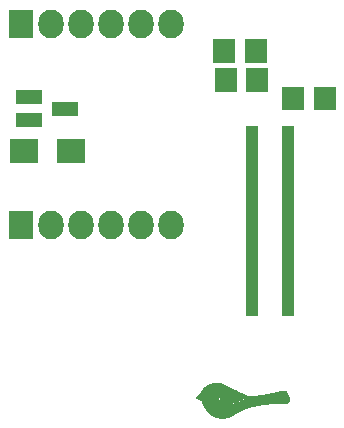
<source format=gts>
G04 #@! TF.FileFunction,Soldermask,Top*
%FSLAX46Y46*%
G04 Gerber Fmt 4.6, Leading zero omitted, Abs format (unit mm)*
G04 Created by KiCad (PCBNEW 4.0.1-stable) date Monday, January 11, 2016 'PMt' 05:07:45 PM*
%MOMM*%
G01*
G04 APERTURE LIST*
%ADD10C,0.100000*%
%ADD11C,0.010000*%
%ADD12R,1.100000X0.600000*%
%ADD13R,1.901140X0.798780*%
%ADD14R,2.400000X2.000000*%
%ADD15R,2.127200X2.432000*%
%ADD16O,2.127200X2.432000*%
%ADD17R,2.200860X1.200100*%
G04 APERTURE END LIST*
D10*
D11*
G36*
X155171031Y-121693103D02*
X155208866Y-121694878D01*
X155244763Y-121697950D01*
X155280412Y-121702451D01*
X155317499Y-121708512D01*
X155342537Y-121713226D01*
X155379505Y-121720873D01*
X155414770Y-121729056D01*
X155449378Y-121738108D01*
X155484376Y-121748364D01*
X155520809Y-121760156D01*
X155559722Y-121773818D01*
X155602161Y-121789684D01*
X155649173Y-121808088D01*
X155684737Y-121822406D01*
X155731958Y-121841805D01*
X155779898Y-121861943D01*
X155828959Y-121883011D01*
X155879547Y-121905199D01*
X155932066Y-121928695D01*
X155986921Y-121953689D01*
X156044514Y-121980372D01*
X156105251Y-122008932D01*
X156169536Y-122039559D01*
X156237773Y-122072442D01*
X156310365Y-122107772D01*
X156387719Y-122145737D01*
X156470236Y-122186528D01*
X156558323Y-122230333D01*
X156616085Y-122259177D01*
X156697799Y-122299964D01*
X156773732Y-122337698D01*
X156844358Y-122372596D01*
X156910149Y-122404875D01*
X156971577Y-122434752D01*
X157029115Y-122462444D01*
X157083235Y-122488167D01*
X157134409Y-122512138D01*
X157183111Y-122534575D01*
X157229811Y-122555695D01*
X157274982Y-122575714D01*
X157319097Y-122594848D01*
X157362629Y-122613316D01*
X157406049Y-122631334D01*
X157449829Y-122649119D01*
X157494443Y-122666888D01*
X157540363Y-122684857D01*
X157557542Y-122691509D01*
X157581524Y-122700793D01*
X157603788Y-122709455D01*
X157623348Y-122717109D01*
X157639219Y-122723366D01*
X157650414Y-122727840D01*
X157655784Y-122730070D01*
X157665832Y-122734573D01*
X157650698Y-122753849D01*
X157638889Y-122767902D01*
X157622920Y-122785482D01*
X157603921Y-122805449D01*
X157583023Y-122826663D01*
X157561357Y-122847986D01*
X157540055Y-122868277D01*
X157520246Y-122886397D01*
X157511681Y-122893920D01*
X157436102Y-122955039D01*
X157354352Y-123013238D01*
X157266747Y-123068375D01*
X157173601Y-123120306D01*
X157075231Y-123168886D01*
X156971952Y-123213973D01*
X156864079Y-123255422D01*
X156751928Y-123293091D01*
X156635814Y-123326835D01*
X156516054Y-123356510D01*
X156476278Y-123365281D01*
X156417253Y-123377567D01*
X156363414Y-123388013D01*
X156313205Y-123396877D01*
X156265074Y-123404413D01*
X156217469Y-123410877D01*
X156168835Y-123416526D01*
X156158778Y-123417588D01*
X156138732Y-123419185D01*
X156113512Y-123420438D01*
X156084439Y-123421348D01*
X156052833Y-123421913D01*
X156020014Y-123422134D01*
X155987303Y-123422011D01*
X155956020Y-123421543D01*
X155927485Y-123420730D01*
X155903019Y-123419572D01*
X155883941Y-123418069D01*
X155880083Y-123417629D01*
X155809587Y-123406359D01*
X155744668Y-123390777D01*
X155685314Y-123370875D01*
X155631511Y-123346642D01*
X155583246Y-123318071D01*
X155540506Y-123285152D01*
X155503275Y-123247875D01*
X155471542Y-123206233D01*
X155445292Y-123160216D01*
X155425814Y-123113556D01*
X155416564Y-123085336D01*
X155409950Y-123059790D01*
X155405611Y-123034670D01*
X155403189Y-123007726D01*
X155402323Y-122976710D01*
X155402311Y-122966690D01*
X155402506Y-122909783D01*
X155379541Y-122907430D01*
X155356577Y-122905078D01*
X155306819Y-122939010D01*
X155307261Y-122988359D01*
X155311246Y-123046590D01*
X155322027Y-123103341D01*
X155339427Y-123158195D01*
X155363267Y-123210732D01*
X155393369Y-123260536D01*
X155429554Y-123307188D01*
X155454774Y-123334155D01*
X155495410Y-123371000D01*
X155539140Y-123403371D01*
X155586472Y-123431491D01*
X155637911Y-123455584D01*
X155693966Y-123475873D01*
X155755143Y-123492584D01*
X155821948Y-123505938D01*
X155855389Y-123511113D01*
X155876455Y-123513389D01*
X155903303Y-123515185D01*
X155934675Y-123516500D01*
X155969315Y-123517334D01*
X156005966Y-123517688D01*
X156043369Y-123517562D01*
X156080269Y-123516956D01*
X156115407Y-123515870D01*
X156147526Y-123514303D01*
X156175370Y-123512257D01*
X156187000Y-123511088D01*
X156301247Y-123495915D01*
X156416379Y-123476055D01*
X156531524Y-123451770D01*
X156645809Y-123423321D01*
X156758359Y-123390969D01*
X156868303Y-123354975D01*
X156974766Y-123315600D01*
X157076876Y-123273106D01*
X157173760Y-123227754D01*
X157228608Y-123199498D01*
X157311718Y-123152751D01*
X157390658Y-123103631D01*
X157464981Y-123052487D01*
X157534241Y-122999668D01*
X157597993Y-122945522D01*
X157655791Y-122890397D01*
X157707188Y-122834643D01*
X157728880Y-122808480D01*
X157743589Y-122790572D01*
X157754647Y-122778259D01*
X157762321Y-122771267D01*
X157766878Y-122769322D01*
X157767106Y-122769373D01*
X157781682Y-122773012D01*
X157802129Y-122777139D01*
X157827296Y-122781588D01*
X157856029Y-122786193D01*
X157887174Y-122790787D01*
X157919579Y-122795204D01*
X157952091Y-122799276D01*
X157983556Y-122802837D01*
X158012821Y-122805720D01*
X158026736Y-122806893D01*
X158056996Y-122808630D01*
X158090509Y-122809311D01*
X158127721Y-122808909D01*
X158169075Y-122807398D01*
X158215017Y-122804750D01*
X158265991Y-122800938D01*
X158322441Y-122795937D01*
X158384812Y-122789719D01*
X158453548Y-122782256D01*
X158474764Y-122779853D01*
X158572696Y-122768039D01*
X158677110Y-122754253D01*
X158787726Y-122738544D01*
X158904267Y-122720962D01*
X159026454Y-122701559D01*
X159154011Y-122680386D01*
X159286657Y-122657492D01*
X159424117Y-122632928D01*
X159566110Y-122606746D01*
X159712360Y-122578995D01*
X159862588Y-122549727D01*
X160016517Y-122518991D01*
X160173867Y-122486840D01*
X160334361Y-122453322D01*
X160497721Y-122418489D01*
X160663669Y-122382392D01*
X160691972Y-122376166D01*
X160723505Y-122369268D01*
X160753573Y-122362787D01*
X160781326Y-122356899D01*
X160805913Y-122351780D01*
X160826484Y-122347607D01*
X160842186Y-122344556D01*
X160852170Y-122342804D01*
X160854250Y-122342520D01*
X160881629Y-122342603D01*
X160910597Y-122348198D01*
X160939337Y-122358640D01*
X160966032Y-122373263D01*
X160988863Y-122391400D01*
X160989577Y-122392097D01*
X161000334Y-122404458D01*
X161013559Y-122422584D01*
X161028873Y-122445782D01*
X161045898Y-122473362D01*
X161064253Y-122504633D01*
X161083562Y-122538902D01*
X161103444Y-122575479D01*
X161123521Y-122613671D01*
X161143415Y-122652789D01*
X161162747Y-122692139D01*
X161181137Y-122731031D01*
X161198208Y-122768774D01*
X161206938Y-122788888D01*
X161234418Y-122857828D01*
X161256295Y-122922753D01*
X161272564Y-122983631D01*
X161283220Y-123040428D01*
X161288258Y-123093112D01*
X161287674Y-123141650D01*
X161281462Y-123186008D01*
X161270303Y-123224355D01*
X161260721Y-123244617D01*
X161247158Y-123266530D01*
X161231359Y-123287628D01*
X161215072Y-123305441D01*
X161209089Y-123310860D01*
X161193700Y-123322771D01*
X161177081Y-123333287D01*
X161158689Y-123342518D01*
X161137978Y-123350574D01*
X161114406Y-123357565D01*
X161087427Y-123363602D01*
X161056498Y-123368794D01*
X161021074Y-123373252D01*
X160980612Y-123377086D01*
X160934567Y-123380405D01*
X160882396Y-123383321D01*
X160841903Y-123385182D01*
X160822132Y-123385961D01*
X160796304Y-123386876D01*
X160765416Y-123387897D01*
X160730464Y-123388994D01*
X160692446Y-123390137D01*
X160652357Y-123391294D01*
X160611195Y-123392437D01*
X160569956Y-123393534D01*
X160549097Y-123394070D01*
X160443132Y-123396865D01*
X160343623Y-123399728D01*
X160249971Y-123402688D01*
X160161576Y-123405774D01*
X160077840Y-123409016D01*
X159998162Y-123412444D01*
X159921944Y-123416086D01*
X159848587Y-123419972D01*
X159777491Y-123424132D01*
X159708056Y-123428595D01*
X159639683Y-123433390D01*
X159571774Y-123438548D01*
X159503729Y-123444096D01*
X159467833Y-123447168D01*
X159315425Y-123461484D01*
X159168916Y-123477501D01*
X159027314Y-123495426D01*
X158889629Y-123515462D01*
X158754869Y-123537813D01*
X158622042Y-123562686D01*
X158490156Y-123590283D01*
X158358221Y-123620811D01*
X158225244Y-123654473D01*
X158090234Y-123691474D01*
X157952199Y-123732018D01*
X157810149Y-123776311D01*
X157702181Y-123811516D01*
X157645529Y-123830415D01*
X157593101Y-123848181D01*
X157544324Y-123865079D01*
X157498627Y-123881377D01*
X157455437Y-123897340D01*
X157414184Y-123913235D01*
X157374295Y-123929327D01*
X157335199Y-123945884D01*
X157296325Y-123963170D01*
X157257099Y-123981452D01*
X157216952Y-124000997D01*
X157175310Y-124022071D01*
X157131602Y-124044939D01*
X157085257Y-124069869D01*
X157035703Y-124097125D01*
X156982368Y-124126975D01*
X156924680Y-124159684D01*
X156862068Y-124195519D01*
X156797306Y-124232815D01*
X156747113Y-124261743D01*
X156702343Y-124287450D01*
X156662339Y-124310298D01*
X156626445Y-124330648D01*
X156594006Y-124348863D01*
X156564365Y-124365303D01*
X156536866Y-124380330D01*
X156510853Y-124394307D01*
X156485670Y-124407594D01*
X156460662Y-124420554D01*
X156435172Y-124433549D01*
X156412778Y-124444820D01*
X156347461Y-124476741D01*
X156286674Y-124504702D01*
X156229369Y-124529064D01*
X156174501Y-124550188D01*
X156121022Y-124568436D01*
X156067885Y-124584169D01*
X156014043Y-124597748D01*
X155958449Y-124609537D01*
X155910975Y-124618094D01*
X155851699Y-124627475D01*
X155797114Y-124634849D01*
X155745196Y-124640377D01*
X155693926Y-124644223D01*
X155641279Y-124646550D01*
X155585234Y-124647522D01*
X155546708Y-124647509D01*
X155520120Y-124647309D01*
X155495076Y-124647051D01*
X155472670Y-124646751D01*
X155453997Y-124646426D01*
X155440149Y-124646092D01*
X155432223Y-124645767D01*
X155432056Y-124645755D01*
X155341009Y-124636740D01*
X155251200Y-124623096D01*
X155163485Y-124605042D01*
X155078718Y-124582798D01*
X154997756Y-124556583D01*
X154921455Y-124526619D01*
X154863791Y-124499817D01*
X154777957Y-124452919D01*
X154694330Y-124399377D01*
X154612988Y-124339273D01*
X154534006Y-124272690D01*
X154457461Y-124199708D01*
X154383429Y-124120411D01*
X154311985Y-124034879D01*
X154243207Y-123943196D01*
X154177171Y-123845442D01*
X154113952Y-123741701D01*
X154053627Y-123632053D01*
X154049300Y-123623746D01*
X154012293Y-123548734D01*
X153977779Y-123470989D01*
X153945400Y-123389580D01*
X153914798Y-123303574D01*
X153885612Y-123212039D01*
X153869110Y-123155758D01*
X153861543Y-123129169D01*
X153615806Y-123030044D01*
X153576329Y-123014069D01*
X153538813Y-122998791D01*
X153503766Y-122984422D01*
X153471694Y-122971173D01*
X153443102Y-122959257D01*
X153418498Y-122948887D01*
X153398388Y-122940274D01*
X153383278Y-122933630D01*
X153373674Y-122929168D01*
X153370083Y-122927101D01*
X153370069Y-122927055D01*
X153372644Y-122924178D01*
X153380115Y-122916965D01*
X153392098Y-122905762D01*
X153408213Y-122890917D01*
X153428078Y-122872776D01*
X153451310Y-122851686D01*
X153477529Y-122827994D01*
X153506351Y-122802048D01*
X153537395Y-122774193D01*
X153570280Y-122744778D01*
X153595847Y-122721966D01*
X153821625Y-122520741D01*
X153836003Y-122481022D01*
X153864338Y-122410948D01*
X153897586Y-122344045D01*
X153936152Y-122279707D01*
X153980445Y-122217324D01*
X154030870Y-122156287D01*
X154087835Y-122095990D01*
X154104224Y-122079917D01*
X154171538Y-122019739D01*
X154244130Y-121964059D01*
X154321734Y-121913010D01*
X154404086Y-121866722D01*
X154490921Y-121825330D01*
X154581974Y-121788964D01*
X154676979Y-121757758D01*
X154775671Y-121731842D01*
X154821750Y-121721834D01*
X154866147Y-121713197D01*
X154905869Y-121706427D01*
X154942979Y-121701295D01*
X154979540Y-121697572D01*
X155017614Y-121695029D01*
X155059265Y-121693439D01*
X155082806Y-121692916D01*
X155129574Y-121692493D01*
X155171031Y-121693103D01*
X155171031Y-121693103D01*
G37*
X155171031Y-121693103D02*
X155208866Y-121694878D01*
X155244763Y-121697950D01*
X155280412Y-121702451D01*
X155317499Y-121708512D01*
X155342537Y-121713226D01*
X155379505Y-121720873D01*
X155414770Y-121729056D01*
X155449378Y-121738108D01*
X155484376Y-121748364D01*
X155520809Y-121760156D01*
X155559722Y-121773818D01*
X155602161Y-121789684D01*
X155649173Y-121808088D01*
X155684737Y-121822406D01*
X155731958Y-121841805D01*
X155779898Y-121861943D01*
X155828959Y-121883011D01*
X155879547Y-121905199D01*
X155932066Y-121928695D01*
X155986921Y-121953689D01*
X156044514Y-121980372D01*
X156105251Y-122008932D01*
X156169536Y-122039559D01*
X156237773Y-122072442D01*
X156310365Y-122107772D01*
X156387719Y-122145737D01*
X156470236Y-122186528D01*
X156558323Y-122230333D01*
X156616085Y-122259177D01*
X156697799Y-122299964D01*
X156773732Y-122337698D01*
X156844358Y-122372596D01*
X156910149Y-122404875D01*
X156971577Y-122434752D01*
X157029115Y-122462444D01*
X157083235Y-122488167D01*
X157134409Y-122512138D01*
X157183111Y-122534575D01*
X157229811Y-122555695D01*
X157274982Y-122575714D01*
X157319097Y-122594848D01*
X157362629Y-122613316D01*
X157406049Y-122631334D01*
X157449829Y-122649119D01*
X157494443Y-122666888D01*
X157540363Y-122684857D01*
X157557542Y-122691509D01*
X157581524Y-122700793D01*
X157603788Y-122709455D01*
X157623348Y-122717109D01*
X157639219Y-122723366D01*
X157650414Y-122727840D01*
X157655784Y-122730070D01*
X157665832Y-122734573D01*
X157650698Y-122753849D01*
X157638889Y-122767902D01*
X157622920Y-122785482D01*
X157603921Y-122805449D01*
X157583023Y-122826663D01*
X157561357Y-122847986D01*
X157540055Y-122868277D01*
X157520246Y-122886397D01*
X157511681Y-122893920D01*
X157436102Y-122955039D01*
X157354352Y-123013238D01*
X157266747Y-123068375D01*
X157173601Y-123120306D01*
X157075231Y-123168886D01*
X156971952Y-123213973D01*
X156864079Y-123255422D01*
X156751928Y-123293091D01*
X156635814Y-123326835D01*
X156516054Y-123356510D01*
X156476278Y-123365281D01*
X156417253Y-123377567D01*
X156363414Y-123388013D01*
X156313205Y-123396877D01*
X156265074Y-123404413D01*
X156217469Y-123410877D01*
X156168835Y-123416526D01*
X156158778Y-123417588D01*
X156138732Y-123419185D01*
X156113512Y-123420438D01*
X156084439Y-123421348D01*
X156052833Y-123421913D01*
X156020014Y-123422134D01*
X155987303Y-123422011D01*
X155956020Y-123421543D01*
X155927485Y-123420730D01*
X155903019Y-123419572D01*
X155883941Y-123418069D01*
X155880083Y-123417629D01*
X155809587Y-123406359D01*
X155744668Y-123390777D01*
X155685314Y-123370875D01*
X155631511Y-123346642D01*
X155583246Y-123318071D01*
X155540506Y-123285152D01*
X155503275Y-123247875D01*
X155471542Y-123206233D01*
X155445292Y-123160216D01*
X155425814Y-123113556D01*
X155416564Y-123085336D01*
X155409950Y-123059790D01*
X155405611Y-123034670D01*
X155403189Y-123007726D01*
X155402323Y-122976710D01*
X155402311Y-122966690D01*
X155402506Y-122909783D01*
X155379541Y-122907430D01*
X155356577Y-122905078D01*
X155306819Y-122939010D01*
X155307261Y-122988359D01*
X155311246Y-123046590D01*
X155322027Y-123103341D01*
X155339427Y-123158195D01*
X155363267Y-123210732D01*
X155393369Y-123260536D01*
X155429554Y-123307188D01*
X155454774Y-123334155D01*
X155495410Y-123371000D01*
X155539140Y-123403371D01*
X155586472Y-123431491D01*
X155637911Y-123455584D01*
X155693966Y-123475873D01*
X155755143Y-123492584D01*
X155821948Y-123505938D01*
X155855389Y-123511113D01*
X155876455Y-123513389D01*
X155903303Y-123515185D01*
X155934675Y-123516500D01*
X155969315Y-123517334D01*
X156005966Y-123517688D01*
X156043369Y-123517562D01*
X156080269Y-123516956D01*
X156115407Y-123515870D01*
X156147526Y-123514303D01*
X156175370Y-123512257D01*
X156187000Y-123511088D01*
X156301247Y-123495915D01*
X156416379Y-123476055D01*
X156531524Y-123451770D01*
X156645809Y-123423321D01*
X156758359Y-123390969D01*
X156868303Y-123354975D01*
X156974766Y-123315600D01*
X157076876Y-123273106D01*
X157173760Y-123227754D01*
X157228608Y-123199498D01*
X157311718Y-123152751D01*
X157390658Y-123103631D01*
X157464981Y-123052487D01*
X157534241Y-122999668D01*
X157597993Y-122945522D01*
X157655791Y-122890397D01*
X157707188Y-122834643D01*
X157728880Y-122808480D01*
X157743589Y-122790572D01*
X157754647Y-122778259D01*
X157762321Y-122771267D01*
X157766878Y-122769322D01*
X157767106Y-122769373D01*
X157781682Y-122773012D01*
X157802129Y-122777139D01*
X157827296Y-122781588D01*
X157856029Y-122786193D01*
X157887174Y-122790787D01*
X157919579Y-122795204D01*
X157952091Y-122799276D01*
X157983556Y-122802837D01*
X158012821Y-122805720D01*
X158026736Y-122806893D01*
X158056996Y-122808630D01*
X158090509Y-122809311D01*
X158127721Y-122808909D01*
X158169075Y-122807398D01*
X158215017Y-122804750D01*
X158265991Y-122800938D01*
X158322441Y-122795937D01*
X158384812Y-122789719D01*
X158453548Y-122782256D01*
X158474764Y-122779853D01*
X158572696Y-122768039D01*
X158677110Y-122754253D01*
X158787726Y-122738544D01*
X158904267Y-122720962D01*
X159026454Y-122701559D01*
X159154011Y-122680386D01*
X159286657Y-122657492D01*
X159424117Y-122632928D01*
X159566110Y-122606746D01*
X159712360Y-122578995D01*
X159862588Y-122549727D01*
X160016517Y-122518991D01*
X160173867Y-122486840D01*
X160334361Y-122453322D01*
X160497721Y-122418489D01*
X160663669Y-122382392D01*
X160691972Y-122376166D01*
X160723505Y-122369268D01*
X160753573Y-122362787D01*
X160781326Y-122356899D01*
X160805913Y-122351780D01*
X160826484Y-122347607D01*
X160842186Y-122344556D01*
X160852170Y-122342804D01*
X160854250Y-122342520D01*
X160881629Y-122342603D01*
X160910597Y-122348198D01*
X160939337Y-122358640D01*
X160966032Y-122373263D01*
X160988863Y-122391400D01*
X160989577Y-122392097D01*
X161000334Y-122404458D01*
X161013559Y-122422584D01*
X161028873Y-122445782D01*
X161045898Y-122473362D01*
X161064253Y-122504633D01*
X161083562Y-122538902D01*
X161103444Y-122575479D01*
X161123521Y-122613671D01*
X161143415Y-122652789D01*
X161162747Y-122692139D01*
X161181137Y-122731031D01*
X161198208Y-122768774D01*
X161206938Y-122788888D01*
X161234418Y-122857828D01*
X161256295Y-122922753D01*
X161272564Y-122983631D01*
X161283220Y-123040428D01*
X161288258Y-123093112D01*
X161287674Y-123141650D01*
X161281462Y-123186008D01*
X161270303Y-123224355D01*
X161260721Y-123244617D01*
X161247158Y-123266530D01*
X161231359Y-123287628D01*
X161215072Y-123305441D01*
X161209089Y-123310860D01*
X161193700Y-123322771D01*
X161177081Y-123333287D01*
X161158689Y-123342518D01*
X161137978Y-123350574D01*
X161114406Y-123357565D01*
X161087427Y-123363602D01*
X161056498Y-123368794D01*
X161021074Y-123373252D01*
X160980612Y-123377086D01*
X160934567Y-123380405D01*
X160882396Y-123383321D01*
X160841903Y-123385182D01*
X160822132Y-123385961D01*
X160796304Y-123386876D01*
X160765416Y-123387897D01*
X160730464Y-123388994D01*
X160692446Y-123390137D01*
X160652357Y-123391294D01*
X160611195Y-123392437D01*
X160569956Y-123393534D01*
X160549097Y-123394070D01*
X160443132Y-123396865D01*
X160343623Y-123399728D01*
X160249971Y-123402688D01*
X160161576Y-123405774D01*
X160077840Y-123409016D01*
X159998162Y-123412444D01*
X159921944Y-123416086D01*
X159848587Y-123419972D01*
X159777491Y-123424132D01*
X159708056Y-123428595D01*
X159639683Y-123433390D01*
X159571774Y-123438548D01*
X159503729Y-123444096D01*
X159467833Y-123447168D01*
X159315425Y-123461484D01*
X159168916Y-123477501D01*
X159027314Y-123495426D01*
X158889629Y-123515462D01*
X158754869Y-123537813D01*
X158622042Y-123562686D01*
X158490156Y-123590283D01*
X158358221Y-123620811D01*
X158225244Y-123654473D01*
X158090234Y-123691474D01*
X157952199Y-123732018D01*
X157810149Y-123776311D01*
X157702181Y-123811516D01*
X157645529Y-123830415D01*
X157593101Y-123848181D01*
X157544324Y-123865079D01*
X157498627Y-123881377D01*
X157455437Y-123897340D01*
X157414184Y-123913235D01*
X157374295Y-123929327D01*
X157335199Y-123945884D01*
X157296325Y-123963170D01*
X157257099Y-123981452D01*
X157216952Y-124000997D01*
X157175310Y-124022071D01*
X157131602Y-124044939D01*
X157085257Y-124069869D01*
X157035703Y-124097125D01*
X156982368Y-124126975D01*
X156924680Y-124159684D01*
X156862068Y-124195519D01*
X156797306Y-124232815D01*
X156747113Y-124261743D01*
X156702343Y-124287450D01*
X156662339Y-124310298D01*
X156626445Y-124330648D01*
X156594006Y-124348863D01*
X156564365Y-124365303D01*
X156536866Y-124380330D01*
X156510853Y-124394307D01*
X156485670Y-124407594D01*
X156460662Y-124420554D01*
X156435172Y-124433549D01*
X156412778Y-124444820D01*
X156347461Y-124476741D01*
X156286674Y-124504702D01*
X156229369Y-124529064D01*
X156174501Y-124550188D01*
X156121022Y-124568436D01*
X156067885Y-124584169D01*
X156014043Y-124597748D01*
X155958449Y-124609537D01*
X155910975Y-124618094D01*
X155851699Y-124627475D01*
X155797114Y-124634849D01*
X155745196Y-124640377D01*
X155693926Y-124644223D01*
X155641279Y-124646550D01*
X155585234Y-124647522D01*
X155546708Y-124647509D01*
X155520120Y-124647309D01*
X155495076Y-124647051D01*
X155472670Y-124646751D01*
X155453997Y-124646426D01*
X155440149Y-124646092D01*
X155432223Y-124645767D01*
X155432056Y-124645755D01*
X155341009Y-124636740D01*
X155251200Y-124623096D01*
X155163485Y-124605042D01*
X155078718Y-124582798D01*
X154997756Y-124556583D01*
X154921455Y-124526619D01*
X154863791Y-124499817D01*
X154777957Y-124452919D01*
X154694330Y-124399377D01*
X154612988Y-124339273D01*
X154534006Y-124272690D01*
X154457461Y-124199708D01*
X154383429Y-124120411D01*
X154311985Y-124034879D01*
X154243207Y-123943196D01*
X154177171Y-123845442D01*
X154113952Y-123741701D01*
X154053627Y-123632053D01*
X154049300Y-123623746D01*
X154012293Y-123548734D01*
X153977779Y-123470989D01*
X153945400Y-123389580D01*
X153914798Y-123303574D01*
X153885612Y-123212039D01*
X153869110Y-123155758D01*
X153861543Y-123129169D01*
X153615806Y-123030044D01*
X153576329Y-123014069D01*
X153538813Y-122998791D01*
X153503766Y-122984422D01*
X153471694Y-122971173D01*
X153443102Y-122959257D01*
X153418498Y-122948887D01*
X153398388Y-122940274D01*
X153383278Y-122933630D01*
X153373674Y-122929168D01*
X153370083Y-122927101D01*
X153370069Y-122927055D01*
X153372644Y-122924178D01*
X153380115Y-122916965D01*
X153392098Y-122905762D01*
X153408213Y-122890917D01*
X153428078Y-122872776D01*
X153451310Y-122851686D01*
X153477529Y-122827994D01*
X153506351Y-122802048D01*
X153537395Y-122774193D01*
X153570280Y-122744778D01*
X153595847Y-122721966D01*
X153821625Y-122520741D01*
X153836003Y-122481022D01*
X153864338Y-122410948D01*
X153897586Y-122344045D01*
X153936152Y-122279707D01*
X153980445Y-122217324D01*
X154030870Y-122156287D01*
X154087835Y-122095990D01*
X154104224Y-122079917D01*
X154171538Y-122019739D01*
X154244130Y-121964059D01*
X154321734Y-121913010D01*
X154404086Y-121866722D01*
X154490921Y-121825330D01*
X154581974Y-121788964D01*
X154676979Y-121757758D01*
X154775671Y-121731842D01*
X154821750Y-121721834D01*
X154866147Y-121713197D01*
X154905869Y-121706427D01*
X154942979Y-121701295D01*
X154979540Y-121697572D01*
X155017614Y-121695029D01*
X155059265Y-121693439D01*
X155082806Y-121692916D01*
X155129574Y-121692493D01*
X155171031Y-121693103D01*
D12*
X161190000Y-100200000D03*
X161190000Y-100600000D03*
X161190000Y-101000000D03*
X161190000Y-101400000D03*
X161190000Y-101800000D03*
X161190000Y-102200000D03*
X161190000Y-102600000D03*
X161190000Y-103000000D03*
X161190000Y-103400000D03*
X161190000Y-103800000D03*
X161190000Y-107800000D03*
X161190000Y-107400000D03*
X161190000Y-107000000D03*
X161190000Y-106600000D03*
X161190000Y-106200000D03*
X161190000Y-105800000D03*
X161190000Y-105400000D03*
X161190000Y-105000000D03*
X161190000Y-104600000D03*
X161190000Y-104200000D03*
X161190000Y-108200000D03*
X161190000Y-108600000D03*
X161190000Y-109000000D03*
X161190000Y-109400000D03*
X161190000Y-109800000D03*
X161190000Y-110200000D03*
X161190000Y-110600000D03*
X161190000Y-111000000D03*
X161190000Y-111400000D03*
X161190000Y-111800000D03*
X161190000Y-115800000D03*
X161190000Y-115400000D03*
X161190000Y-115000000D03*
X161190000Y-114600000D03*
X161190000Y-114200000D03*
X161190000Y-113800000D03*
X161190000Y-113400000D03*
X161190000Y-113000000D03*
X161190000Y-112600000D03*
X161190000Y-112200000D03*
X158110000Y-112200000D03*
X158110000Y-112600000D03*
X158110000Y-113000000D03*
X158110000Y-113400000D03*
X158110000Y-113800000D03*
X158110000Y-114200000D03*
X158110000Y-114600000D03*
X158110000Y-115000000D03*
X158110000Y-115400000D03*
X158110000Y-115800000D03*
X158110000Y-111800000D03*
X158110000Y-111400000D03*
X158110000Y-111000000D03*
X158110000Y-110600000D03*
X158110000Y-110200000D03*
X158110000Y-109800000D03*
X158110000Y-109400000D03*
X158110000Y-109000000D03*
X158110000Y-108600000D03*
X158110000Y-108200000D03*
X158110000Y-104200000D03*
X158110000Y-104600000D03*
X158110000Y-105000000D03*
X158110000Y-105400000D03*
X158110000Y-105800000D03*
X158110000Y-106200000D03*
X158110000Y-106600000D03*
X158110000Y-107000000D03*
X158110000Y-107400000D03*
X158110000Y-107800000D03*
X158110000Y-103800000D03*
X158110000Y-103400000D03*
X158110000Y-103000000D03*
X158110000Y-102600000D03*
X158110000Y-102200000D03*
X158110000Y-101800000D03*
X158110000Y-101400000D03*
X158110000Y-101000000D03*
X158110000Y-100600000D03*
X158110000Y-100200000D03*
D13*
X158461920Y-94250000D03*
X158461920Y-93599760D03*
X158461920Y-92949520D03*
X155800000Y-92949520D03*
X155800000Y-93599760D03*
X155800000Y-94250000D03*
X164300000Y-98250000D03*
X164300000Y-97599760D03*
X164300000Y-96949520D03*
X161638080Y-96949520D03*
X161638080Y-97599760D03*
X161638080Y-98250000D03*
X158611920Y-96700000D03*
X158611920Y-96049760D03*
X158611920Y-95399520D03*
X155950000Y-95399520D03*
X155950000Y-96049760D03*
X155950000Y-96700000D03*
D14*
X142820000Y-102070000D03*
X138820000Y-102070000D03*
D15*
X138570000Y-108310000D03*
D16*
X141110000Y-108310000D03*
X143650000Y-108310000D03*
X146190000Y-108310000D03*
X148730000Y-108310000D03*
X151270000Y-108310000D03*
D17*
X139298860Y-97530000D03*
X139298860Y-99430000D03*
X142301140Y-98480000D03*
D15*
X138570000Y-91350000D03*
D16*
X141110000Y-91350000D03*
X143650000Y-91350000D03*
X146190000Y-91350000D03*
X148730000Y-91350000D03*
X151270000Y-91350000D03*
M02*

</source>
